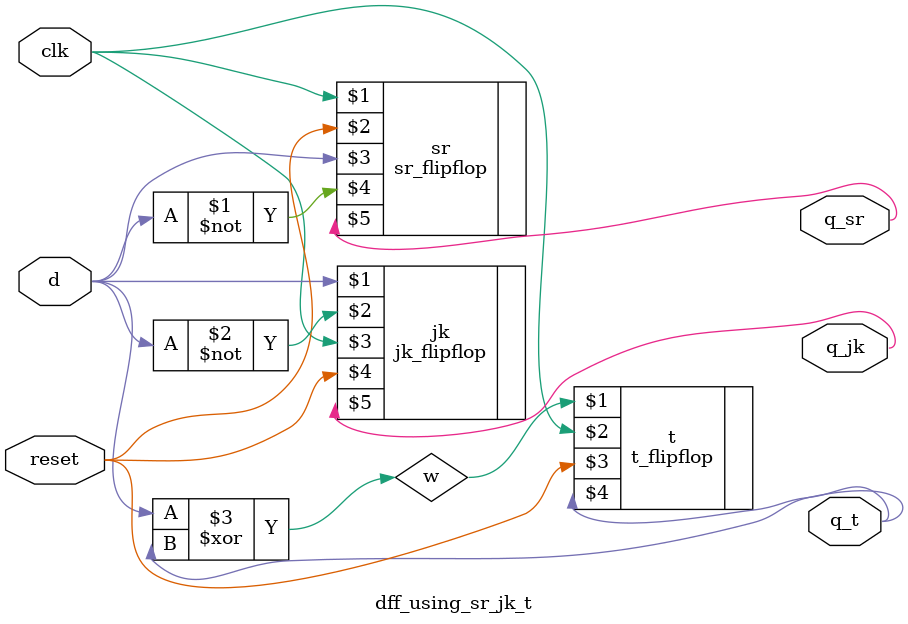
<source format=v>

`include "sr_flipflop.v"
`include "jk_flipflop.v"
`include "t_flipflop.v"
module dff_using_sr_jk_t(input clk, reset, d, output q_sr,q_jk,q_t );
  wire w;
  sr_flipflop sr(clk, reset, d, ~d, q_sr);
  jk_flipflop jk(d, ~d, clk, reset, q_jk);
  assign w= d^q_t;
  t_flipflop t(w,clk,reset,q_t);  
endmodule

</source>
